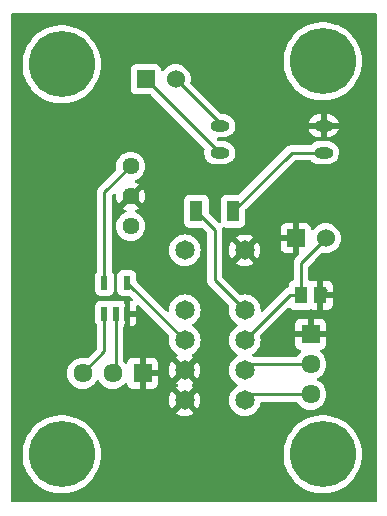
<source format=gbr>
%TF.GenerationSoftware,KiCad,Pcbnew,7.0.2*%
%TF.CreationDate,2023-05-21T22:41:38+02:00*%
%TF.ProjectId,AMS & IMD Reset,414d5320-2620-4494-9d44-205265736574,rev?*%
%TF.SameCoordinates,Original*%
%TF.FileFunction,Copper,L1,Top*%
%TF.FilePolarity,Positive*%
%FSLAX46Y46*%
G04 Gerber Fmt 4.6, Leading zero omitted, Abs format (unit mm)*
G04 Created by KiCad (PCBNEW 7.0.2) date 2023-05-21 22:41:38*
%MOMM*%
%LPD*%
G01*
G04 APERTURE LIST*
%TA.AperFunction,ComponentPad*%
%ADD10R,1.610000X1.610000*%
%TD*%
%TA.AperFunction,ComponentPad*%
%ADD11C,1.610000*%
%TD*%
%TA.AperFunction,ComponentPad*%
%ADD12C,5.600000*%
%TD*%
%TA.AperFunction,SMDPad,CuDef*%
%ADD13R,1.070000X1.470000*%
%TD*%
%TA.AperFunction,ComponentPad*%
%ADD14R,1.530000X1.530000*%
%TD*%
%TA.AperFunction,ComponentPad*%
%ADD15C,1.530000*%
%TD*%
%TA.AperFunction,SMDPad,CuDef*%
%ADD16R,0.600000X1.150000*%
%TD*%
%TA.AperFunction,ComponentPad*%
%ADD17C,1.440000*%
%TD*%
%TA.AperFunction,ComponentPad*%
%ADD18C,1.650000*%
%TD*%
%TA.AperFunction,SMDPad,CuDef*%
%ADD19O,1.600000X0.950000*%
%TD*%
%TA.AperFunction,SMDPad,CuDef*%
%ADD20R,1.050000X1.800000*%
%TD*%
%TA.AperFunction,Conductor*%
%ADD21C,0.250000*%
%TD*%
G04 APERTURE END LIST*
D10*
%TO.P,J2,1,1*%
%TO.N,GND*%
X183896000Y-100076000D03*
D11*
%TO.P,J2,2,2*%
%TO.N,/C Button + LED*%
X183896000Y-102616000D03*
%TO.P,J2,3,3*%
%TO.N,/NO Button*%
X183896000Y-105156000D03*
%TD*%
D10*
%TO.P,J1,1,1*%
%TO.N,GND*%
X169672000Y-103378000D03*
D11*
%TO.P,J1,2,2*%
%TO.N,/AMS Input*%
X167132000Y-103378000D03*
%TO.P,J1,3,3*%
%TO.N,/IMD Input*%
X164592000Y-103378000D03*
%TD*%
D12*
%TO.P,,1*%
%TO.N,N/C*%
X162814000Y-110236000D03*
%TD*%
D13*
%TO.P,C1,1*%
%TO.N,GND*%
X184716000Y-96774000D03*
%TO.P,C1,2*%
%TO.N,+12V*%
X183076000Y-96774000D03*
%TD*%
D14*
%TO.P,J3,1,1*%
%TO.N,/SCin*%
X169926000Y-78486000D03*
D15*
%TO.P,J3,2,2*%
%TO.N,/SCout*%
X172466000Y-78486000D03*
%TD*%
D16*
%TO.P,G1,1,A*%
%TO.N,/IMD Input*%
X166436000Y-98328000D03*
%TO.P,G1,2,B*%
%TO.N,/AMS Input*%
X167386000Y-98328000D03*
%TO.P,G1,3,GND*%
%TO.N,GND*%
X168336000Y-98328000D03*
%TO.P,G1,4,Y*%
%TO.N,Net-(G1-Y)*%
X168336000Y-95728000D03*
%TO.P,G1,5,VCC*%
%TO.N,+5V*%
X166436000Y-95728000D03*
%TD*%
D17*
%TO.P,U1,1,+VIN*%
%TO.N,+12V*%
X168656000Y-90932000D03*
%TO.P,U1,2,GND*%
%TO.N,GND*%
X168656000Y-88392000D03*
%TO.P,U1,3,+VOUT*%
%TO.N,+5V*%
X168656000Y-85852000D03*
%TD*%
D12*
%TO.P,,1*%
%TO.N,N/C*%
X184912000Y-76962000D03*
%TD*%
D18*
%TO.P,K2,1,1*%
%TO.N,Net-(K2-Pad1)*%
X173228000Y-92964000D03*
%TO.P,K2,2,2*%
X173228000Y-98044000D03*
%TO.P,K2,3,3*%
%TO.N,Net-(G1-Y)*%
X173228000Y-100584000D03*
%TO.P,K2,4,4*%
%TO.N,GND*%
X173228000Y-103124000D03*
%TO.P,K2,5,5*%
X173228000Y-105664000D03*
%TO.P,K2,6,6*%
%TO.N,/NO Button*%
X178308000Y-105664000D03*
%TO.P,K2,7,7*%
%TO.N,/C Button + LED*%
X178308000Y-103124000D03*
%TO.P,K2,8,8*%
%TO.N,+12V*%
X178308000Y-100584000D03*
%TO.P,K2,9,9*%
%TO.N,Net-(K2-Pad9)*%
X178308000Y-98044000D03*
%TO.P,K2,10,10*%
%TO.N,GND*%
X178308000Y-92964000D03*
%TD*%
D19*
%TO.P,K1,1,+_CONTROL*%
%TO.N,Net-(K1-+_CONTROL)*%
X184994000Y-84709000D03*
%TO.P,K1,2,-_CONTROL*%
%TO.N,GND*%
X184994000Y-82423000D03*
%TO.P,K1,3,LOAD_1*%
%TO.N,/SCout*%
X176194000Y-82423000D03*
%TO.P,K1,4,LOAD_2*%
%TO.N,/SCin*%
X176194000Y-84709000D03*
%TD*%
D12*
%TO.P,,1*%
%TO.N,N/C*%
X162814000Y-77216000D03*
%TD*%
D14*
%TO.P,J4,1,1*%
%TO.N,GND*%
X182626000Y-91948000D03*
D15*
%TO.P,J4,2,2*%
%TO.N,+12V*%
X185166000Y-91948000D03*
%TD*%
D12*
%TO.P,,1*%
%TO.N,N/C*%
X184912000Y-110236000D03*
%TD*%
D20*
%TO.P,R1,1*%
%TO.N,Net-(K2-Pad9)*%
X174218000Y-89662000D03*
%TO.P,R1,2*%
%TO.N,Net-(K1-+_CONTROL)*%
X177318000Y-89662000D03*
%TD*%
D21*
%TO.N,/SCout*%
X176194000Y-82214000D02*
X176194000Y-82423000D01*
X172466000Y-78486000D02*
X176194000Y-82214000D01*
%TO.N,GND*%
X185166000Y-96324000D02*
X184716000Y-96774000D01*
X184716000Y-96774000D02*
X184716000Y-96974000D01*
%TO.N,+12V*%
X183076000Y-94038000D02*
X183076000Y-96774000D01*
X182118000Y-96774000D02*
X178308000Y-100584000D01*
X185166000Y-91948000D02*
X183076000Y-94038000D01*
X183076000Y-96774000D02*
X182118000Y-96774000D01*
%TO.N,/IMD Input*%
X166436000Y-98328000D02*
X166436000Y-101534000D01*
X166436000Y-101534000D02*
X164592000Y-103378000D01*
%TO.N,/AMS Input*%
X167386000Y-103124000D02*
X167132000Y-103378000D01*
X167386000Y-98328000D02*
X167386000Y-103124000D01*
%TO.N,Net-(G1-Y)*%
X168372000Y-95728000D02*
X168336000Y-95728000D01*
X173228000Y-100584000D02*
X168372000Y-95728000D01*
%TO.N,+5V*%
X166436000Y-95728000D02*
X166436000Y-88072000D01*
X166436000Y-88072000D02*
X168656000Y-85852000D01*
%TO.N,/C Button + LED*%
X178816000Y-102616000D02*
X178308000Y-103124000D01*
X183896000Y-102616000D02*
X178816000Y-102616000D01*
%TO.N,/NO Button*%
X178816000Y-105156000D02*
X178308000Y-105664000D01*
X183896000Y-105156000D02*
X178816000Y-105156000D01*
%TO.N,/SCin*%
X169971000Y-78486000D02*
X176194000Y-84709000D01*
X169926000Y-78486000D02*
X169971000Y-78486000D01*
%TO.N,/SCout*%
X176194000Y-82423000D02*
X176022000Y-82423000D01*
%TO.N,Net-(K1-+_CONTROL)*%
X184994000Y-84709000D02*
X182271000Y-84709000D01*
X182271000Y-84709000D02*
X177318000Y-89662000D01*
%TO.N,Net-(K2-Pad9)*%
X175768000Y-95504000D02*
X178308000Y-98044000D01*
X174218000Y-89662000D02*
X175768000Y-91212000D01*
X175768000Y-91212000D02*
X175768000Y-95504000D01*
%TD*%
%TA.AperFunction,Conductor*%
%TO.N,GND*%
G36*
X189426539Y-72918185D02*
G01*
X189472294Y-72970989D01*
X189483500Y-73022500D01*
X189483500Y-114175500D01*
X189463815Y-114242539D01*
X189411011Y-114288294D01*
X189359500Y-114299500D01*
X158620500Y-114299500D01*
X158553461Y-114279815D01*
X158507706Y-114227011D01*
X158496500Y-114175500D01*
X158496500Y-110236000D01*
X159500641Y-110236000D01*
X159500823Y-110239356D01*
X159519881Y-110590878D01*
X159519882Y-110590894D01*
X159520064Y-110594237D01*
X159520606Y-110597547D01*
X159520607Y-110597550D01*
X159577561Y-110944960D01*
X159577563Y-110944972D01*
X159578105Y-110948274D01*
X159579001Y-110951503D01*
X159579004Y-110951514D01*
X159654884Y-111224806D01*
X159674085Y-111293961D01*
X159806877Y-111627243D01*
X159808447Y-111630205D01*
X159808452Y-111630215D01*
X159928356Y-111856377D01*
X159974925Y-111944215D01*
X160176258Y-112241159D01*
X160408516Y-112514595D01*
X160410947Y-112516898D01*
X160410953Y-112516904D01*
X160590533Y-112687011D01*
X160668977Y-112761317D01*
X160954586Y-112978431D01*
X161261995Y-113163393D01*
X161587599Y-113314033D01*
X161927583Y-113428587D01*
X162277958Y-113505711D01*
X162634618Y-113544500D01*
X162637976Y-113544500D01*
X162990024Y-113544500D01*
X162993382Y-113544500D01*
X163350042Y-113505711D01*
X163700417Y-113428587D01*
X164040401Y-113314033D01*
X164366005Y-113163393D01*
X164673414Y-112978431D01*
X164959023Y-112761317D01*
X165219484Y-112514595D01*
X165451742Y-112241159D01*
X165653075Y-111944215D01*
X165821123Y-111627243D01*
X165953915Y-111293961D01*
X166049895Y-110948274D01*
X166107936Y-110594237D01*
X166127359Y-110236000D01*
X181598641Y-110236000D01*
X181598823Y-110239356D01*
X181617881Y-110590878D01*
X181617882Y-110590894D01*
X181618064Y-110594237D01*
X181618606Y-110597547D01*
X181618607Y-110597550D01*
X181675561Y-110944960D01*
X181675563Y-110944972D01*
X181676105Y-110948274D01*
X181677001Y-110951503D01*
X181677004Y-110951514D01*
X181752884Y-111224806D01*
X181772085Y-111293961D01*
X181904877Y-111627243D01*
X181906447Y-111630205D01*
X181906452Y-111630215D01*
X182026356Y-111856377D01*
X182072925Y-111944215D01*
X182274258Y-112241159D01*
X182506516Y-112514595D01*
X182508947Y-112516898D01*
X182508953Y-112516904D01*
X182688533Y-112687011D01*
X182766977Y-112761317D01*
X183052586Y-112978431D01*
X183359995Y-113163393D01*
X183685599Y-113314033D01*
X184025583Y-113428587D01*
X184375958Y-113505711D01*
X184732618Y-113544500D01*
X184735976Y-113544500D01*
X185088024Y-113544500D01*
X185091382Y-113544500D01*
X185448042Y-113505711D01*
X185798417Y-113428587D01*
X186138401Y-113314033D01*
X186464005Y-113163393D01*
X186771414Y-112978431D01*
X187057023Y-112761317D01*
X187317484Y-112514595D01*
X187549742Y-112241159D01*
X187751075Y-111944215D01*
X187919123Y-111627243D01*
X188051915Y-111293961D01*
X188147895Y-110948274D01*
X188205936Y-110594237D01*
X188225359Y-110236000D01*
X188205936Y-109877763D01*
X188147895Y-109523726D01*
X188051915Y-109178039D01*
X187919123Y-108844757D01*
X187751075Y-108527785D01*
X187549742Y-108230841D01*
X187317484Y-107957405D01*
X187315051Y-107955100D01*
X187315046Y-107955095D01*
X187059453Y-107712985D01*
X187057023Y-107710683D01*
X186771414Y-107493569D01*
X186768540Y-107491840D01*
X186768536Y-107491837D01*
X186466887Y-107310341D01*
X186466886Y-107310340D01*
X186464005Y-107308607D01*
X186138401Y-107157967D01*
X186045957Y-107126819D01*
X185801591Y-107044482D01*
X185801583Y-107044479D01*
X185798417Y-107043413D01*
X185795150Y-107042694D01*
X185795147Y-107042693D01*
X185451323Y-106967011D01*
X185451319Y-106967010D01*
X185448042Y-106966289D01*
X185444706Y-106965926D01*
X185444699Y-106965925D01*
X185094720Y-106927863D01*
X185094719Y-106927862D01*
X185091382Y-106927500D01*
X184732618Y-106927500D01*
X184729281Y-106927862D01*
X184729279Y-106927863D01*
X184379300Y-106965925D01*
X184379290Y-106965926D01*
X184375958Y-106966289D01*
X184372683Y-106967009D01*
X184372676Y-106967011D01*
X184028852Y-107042693D01*
X184028844Y-107042695D01*
X184025583Y-107043413D01*
X184022421Y-107044478D01*
X184022408Y-107044482D01*
X183688786Y-107156893D01*
X183688783Y-107156894D01*
X183685599Y-107157967D01*
X183682550Y-107159377D01*
X183682544Y-107159380D01*
X183363050Y-107307193D01*
X183363040Y-107307197D01*
X183359995Y-107308607D01*
X183357121Y-107310336D01*
X183357112Y-107310341D01*
X183055463Y-107491837D01*
X183055450Y-107491845D01*
X183052586Y-107493569D01*
X183049928Y-107495589D01*
X183049917Y-107495597D01*
X182769636Y-107708661D01*
X182769628Y-107708667D01*
X182766977Y-107710683D01*
X182764553Y-107712978D01*
X182764546Y-107712985D01*
X182508953Y-107955095D01*
X182508938Y-107955110D01*
X182506516Y-107957405D01*
X182504353Y-107959950D01*
X182504342Y-107959963D01*
X182276431Y-108228282D01*
X182276425Y-108228289D01*
X182274258Y-108230841D01*
X182272378Y-108233613D01*
X182272371Y-108233623D01*
X182074815Y-108524996D01*
X182074807Y-108525008D01*
X182072925Y-108527785D01*
X182071350Y-108530755D01*
X182071348Y-108530759D01*
X181906452Y-108841784D01*
X181906443Y-108841801D01*
X181904877Y-108844757D01*
X181903636Y-108847869D01*
X181903632Y-108847880D01*
X181773330Y-109174913D01*
X181773327Y-109174921D01*
X181772085Y-109178039D01*
X181771185Y-109181277D01*
X181771185Y-109181280D01*
X181677004Y-109520485D01*
X181677000Y-109520500D01*
X181676105Y-109523726D01*
X181675564Y-109527023D01*
X181675561Y-109527039D01*
X181618607Y-109874449D01*
X181618064Y-109877763D01*
X181617882Y-109881103D01*
X181617881Y-109881121D01*
X181598823Y-110232643D01*
X181598641Y-110236000D01*
X166127359Y-110236000D01*
X166107936Y-109877763D01*
X166049895Y-109523726D01*
X165953915Y-109178039D01*
X165821123Y-108844757D01*
X165653075Y-108527785D01*
X165451742Y-108230841D01*
X165219484Y-107957405D01*
X165217051Y-107955100D01*
X165217046Y-107955095D01*
X164961453Y-107712985D01*
X164959023Y-107710683D01*
X164673414Y-107493569D01*
X164670540Y-107491840D01*
X164670536Y-107491837D01*
X164368887Y-107310341D01*
X164368886Y-107310340D01*
X164366005Y-107308607D01*
X164040401Y-107157967D01*
X163947957Y-107126819D01*
X163703591Y-107044482D01*
X163703583Y-107044479D01*
X163700417Y-107043413D01*
X163697150Y-107042694D01*
X163697147Y-107042693D01*
X163353323Y-106967011D01*
X163353319Y-106967010D01*
X163350042Y-106966289D01*
X163346706Y-106965926D01*
X163346699Y-106965925D01*
X162996720Y-106927863D01*
X162996719Y-106927862D01*
X162993382Y-106927500D01*
X162634618Y-106927500D01*
X162631281Y-106927862D01*
X162631279Y-106927863D01*
X162281300Y-106965925D01*
X162281290Y-106965926D01*
X162277958Y-106966289D01*
X162274683Y-106967009D01*
X162274676Y-106967011D01*
X161930852Y-107042693D01*
X161930844Y-107042695D01*
X161927583Y-107043413D01*
X161924421Y-107044478D01*
X161924408Y-107044482D01*
X161590786Y-107156893D01*
X161590783Y-107156894D01*
X161587599Y-107157967D01*
X161584550Y-107159377D01*
X161584544Y-107159380D01*
X161265050Y-107307193D01*
X161265040Y-107307197D01*
X161261995Y-107308607D01*
X161259121Y-107310336D01*
X161259112Y-107310341D01*
X160957463Y-107491837D01*
X160957450Y-107491845D01*
X160954586Y-107493569D01*
X160951928Y-107495589D01*
X160951917Y-107495597D01*
X160671636Y-107708661D01*
X160671628Y-107708667D01*
X160668977Y-107710683D01*
X160666553Y-107712978D01*
X160666546Y-107712985D01*
X160410953Y-107955095D01*
X160410938Y-107955110D01*
X160408516Y-107957405D01*
X160406353Y-107959950D01*
X160406342Y-107959963D01*
X160178431Y-108228282D01*
X160178425Y-108228289D01*
X160176258Y-108230841D01*
X160174378Y-108233613D01*
X160174371Y-108233623D01*
X159976815Y-108524996D01*
X159976807Y-108525008D01*
X159974925Y-108527785D01*
X159973350Y-108530755D01*
X159973348Y-108530759D01*
X159808452Y-108841784D01*
X159808443Y-108841801D01*
X159806877Y-108844757D01*
X159805636Y-108847869D01*
X159805632Y-108847880D01*
X159675330Y-109174913D01*
X159675327Y-109174921D01*
X159674085Y-109178039D01*
X159673185Y-109181277D01*
X159673185Y-109181280D01*
X159579004Y-109520485D01*
X159579000Y-109520500D01*
X159578105Y-109523726D01*
X159577564Y-109527023D01*
X159577561Y-109527039D01*
X159520607Y-109874449D01*
X159520064Y-109877763D01*
X159519882Y-109881103D01*
X159519881Y-109881121D01*
X159500823Y-110232643D01*
X159500641Y-110236000D01*
X158496500Y-110236000D01*
X158496500Y-103378000D01*
X163273482Y-103378000D01*
X163293513Y-103606955D01*
X163352999Y-103828960D01*
X163385195Y-103898004D01*
X163450131Y-104037259D01*
X163581957Y-104225526D01*
X163744474Y-104388043D01*
X163932741Y-104519869D01*
X164141041Y-104617001D01*
X164363042Y-104676486D01*
X164592000Y-104696517D01*
X164820958Y-104676486D01*
X165042959Y-104617001D01*
X165251259Y-104519869D01*
X165439526Y-104388043D01*
X165602043Y-104225526D01*
X165733869Y-104037259D01*
X165749618Y-104003484D01*
X165795790Y-103951045D01*
X165862983Y-103931893D01*
X165929864Y-103952108D01*
X165974381Y-104003484D01*
X165990131Y-104037259D01*
X166121957Y-104225526D01*
X166284474Y-104388043D01*
X166472741Y-104519869D01*
X166681041Y-104617001D01*
X166903042Y-104676486D01*
X167132000Y-104696517D01*
X167360958Y-104676486D01*
X167582959Y-104617001D01*
X167791259Y-104519869D01*
X167979526Y-104388043D01*
X168142043Y-104225526D01*
X168147022Y-104218415D01*
X168201590Y-104174792D01*
X168271088Y-104167594D01*
X168333445Y-104199112D01*
X168368863Y-104259340D01*
X168371885Y-104276278D01*
X168373400Y-104290371D01*
X168423647Y-104425089D01*
X168509811Y-104540188D01*
X168624910Y-104626352D01*
X168759628Y-104676599D01*
X168815867Y-104682645D01*
X168822482Y-104683000D01*
X169422000Y-104683000D01*
X169422000Y-103852128D01*
X169456851Y-103873322D01*
X169598466Y-103913000D01*
X169708595Y-103913000D01*
X169817698Y-103898004D01*
X169922000Y-103852699D01*
X169922000Y-104683000D01*
X170521518Y-104683000D01*
X170528132Y-104682645D01*
X170584371Y-104676599D01*
X170719089Y-104626352D01*
X170834188Y-104540188D01*
X170920352Y-104425089D01*
X170970599Y-104290371D01*
X170976645Y-104234132D01*
X170977000Y-104227518D01*
X170977000Y-103628000D01*
X170150390Y-103628000D01*
X170151485Y-103626449D01*
X170200735Y-103487872D01*
X170210771Y-103341147D01*
X170180849Y-103197155D01*
X170145016Y-103128000D01*
X170977000Y-103128000D01*
X170977000Y-102528481D01*
X170976645Y-102521867D01*
X170970599Y-102465628D01*
X170920352Y-102330910D01*
X170834188Y-102215811D01*
X170719089Y-102129647D01*
X170584371Y-102079400D01*
X170528132Y-102073354D01*
X170521518Y-102073000D01*
X169922000Y-102073000D01*
X169922000Y-102903871D01*
X169887149Y-102882678D01*
X169745534Y-102843000D01*
X169635405Y-102843000D01*
X169526302Y-102857996D01*
X169422000Y-102903300D01*
X169422000Y-102073000D01*
X168822482Y-102073000D01*
X168815867Y-102073354D01*
X168759628Y-102079400D01*
X168624910Y-102129647D01*
X168509811Y-102215811D01*
X168423647Y-102330910D01*
X168373400Y-102465628D01*
X168371886Y-102479716D01*
X168345148Y-102544267D01*
X168287755Y-102584115D01*
X168217930Y-102586608D01*
X168157841Y-102550955D01*
X168147024Y-102537586D01*
X168142045Y-102530476D01*
X168055818Y-102444248D01*
X168022334Y-102382924D01*
X168019500Y-102356567D01*
X168019500Y-99520862D01*
X168039185Y-99453823D01*
X168055819Y-99433181D01*
X168086000Y-99402999D01*
X168086000Y-99258454D01*
X168105685Y-99191415D01*
X168110721Y-99184159D01*
X168136889Y-99149204D01*
X168162438Y-99080702D01*
X168187988Y-99012205D01*
X168187988Y-99012203D01*
X168187989Y-99012201D01*
X168194500Y-98951638D01*
X168194500Y-98578000D01*
X168586000Y-98578000D01*
X168586000Y-99403000D01*
X168680518Y-99403000D01*
X168687132Y-99402645D01*
X168743371Y-99396599D01*
X168878089Y-99346352D01*
X168993188Y-99260188D01*
X169079352Y-99145089D01*
X169129599Y-99010371D01*
X169135645Y-98954132D01*
X169136000Y-98947518D01*
X169136000Y-98578000D01*
X168586000Y-98578000D01*
X168194500Y-98578000D01*
X168194500Y-97704362D01*
X168187989Y-97643799D01*
X168187988Y-97643797D01*
X168187988Y-97643794D01*
X168136889Y-97506796D01*
X168110733Y-97471855D01*
X168086316Y-97406390D01*
X168086000Y-97397545D01*
X168086000Y-97253000D01*
X167991482Y-97253000D01*
X167984867Y-97253354D01*
X167928628Y-97259400D01*
X167916492Y-97263927D01*
X167846800Y-97268910D01*
X167829831Y-97263927D01*
X167795201Y-97251011D01*
X167778927Y-97249261D01*
X167737924Y-97244853D01*
X167737918Y-97244852D01*
X167734638Y-97244500D01*
X167037362Y-97244500D01*
X167034082Y-97244852D01*
X167034075Y-97244853D01*
X166976798Y-97251011D01*
X166954334Y-97259390D01*
X166884642Y-97264374D01*
X166867666Y-97259390D01*
X166845201Y-97251011D01*
X166787924Y-97244853D01*
X166787918Y-97244852D01*
X166784638Y-97244500D01*
X166087362Y-97244500D01*
X166084082Y-97244852D01*
X166084075Y-97244853D01*
X166026794Y-97251011D01*
X165889796Y-97302110D01*
X165772738Y-97389738D01*
X165685110Y-97506796D01*
X165634011Y-97643794D01*
X165628058Y-97699169D01*
X165627500Y-97704362D01*
X165627500Y-98951638D01*
X165627852Y-98954918D01*
X165627853Y-98954924D01*
X165634011Y-99012205D01*
X165685110Y-99149203D01*
X165777767Y-99272978D01*
X165802184Y-99338442D01*
X165802500Y-99347288D01*
X165802500Y-101220232D01*
X165782815Y-101287271D01*
X165766181Y-101307913D01*
X165008512Y-102065581D01*
X164947189Y-102099066D01*
X164888738Y-102097675D01*
X164820956Y-102079513D01*
X164591999Y-102059482D01*
X164363044Y-102079513D01*
X164141039Y-102138999D01*
X163932741Y-102236131D01*
X163744473Y-102367957D01*
X163581957Y-102530473D01*
X163450131Y-102718741D01*
X163352999Y-102927039D01*
X163293513Y-103149044D01*
X163273482Y-103378000D01*
X158496500Y-103378000D01*
X158496500Y-96351638D01*
X165627500Y-96351638D01*
X165627852Y-96354918D01*
X165627853Y-96354924D01*
X165634011Y-96412205D01*
X165685110Y-96549203D01*
X165772738Y-96666261D01*
X165889796Y-96753889D01*
X166026794Y-96804988D01*
X166026797Y-96804988D01*
X166026799Y-96804989D01*
X166087362Y-96811500D01*
X166090672Y-96811500D01*
X166781328Y-96811500D01*
X166784638Y-96811500D01*
X166845201Y-96804989D01*
X166845203Y-96804988D01*
X166845205Y-96804988D01*
X166950071Y-96765874D01*
X166982204Y-96753889D01*
X167099261Y-96666261D01*
X167186889Y-96549204D01*
X167237989Y-96412201D01*
X167244500Y-96351638D01*
X167527500Y-96351638D01*
X167527852Y-96354918D01*
X167527853Y-96354924D01*
X167534011Y-96412205D01*
X167585110Y-96549203D01*
X167672738Y-96666261D01*
X167789796Y-96753889D01*
X167926794Y-96804988D01*
X167926797Y-96804988D01*
X167926799Y-96804989D01*
X167987362Y-96811500D01*
X168508234Y-96811500D01*
X168575273Y-96831185D01*
X168595915Y-96847819D01*
X168790770Y-97042674D01*
X168824255Y-97103997D01*
X168819271Y-97173689D01*
X168777399Y-97229622D01*
X168711935Y-97254039D01*
X168689848Y-97253646D01*
X168687131Y-97253354D01*
X168680518Y-97253000D01*
X168586000Y-97253000D01*
X168586000Y-98078000D01*
X169136000Y-98078000D01*
X169136000Y-97708481D01*
X169135646Y-97701876D01*
X169135355Y-97699169D01*
X169147758Y-97630409D01*
X169195367Y-97579270D01*
X169263066Y-97561989D01*
X169329361Y-97584052D01*
X169346323Y-97598227D01*
X170652527Y-98904432D01*
X171899251Y-100151156D01*
X171932736Y-100212479D01*
X171931345Y-100270930D01*
X171909741Y-100351557D01*
X171889405Y-100584000D01*
X171909741Y-100816441D01*
X171970133Y-101041827D01*
X172068744Y-101253296D01*
X172068744Y-101253297D01*
X172202578Y-101444432D01*
X172367568Y-101609422D01*
X172558703Y-101743256D01*
X172565246Y-101746307D01*
X172617685Y-101792478D01*
X172636838Y-101859671D01*
X172616623Y-101926553D01*
X172571609Y-101965558D01*
X172571856Y-101965911D01*
X172568451Y-101968294D01*
X172565250Y-101971069D01*
X172562973Y-101972130D01*
X172484577Y-102027023D01*
X172484576Y-102027024D01*
X173056431Y-102598878D01*
X172939542Y-102649651D01*
X172822261Y-102745066D01*
X172735072Y-102868585D01*
X172704645Y-102954197D01*
X172131024Y-102380576D01*
X172131023Y-102380576D01*
X172076133Y-102458968D01*
X171978151Y-102669092D01*
X171918145Y-102893038D01*
X171897938Y-103123999D01*
X171918145Y-103354961D01*
X171978151Y-103578907D01*
X172076133Y-103789032D01*
X172131023Y-103867422D01*
X172131023Y-103867423D01*
X172702070Y-103296376D01*
X172704884Y-103309915D01*
X172774442Y-103444156D01*
X172877638Y-103554652D01*
X173006819Y-103633209D01*
X173058002Y-103647549D01*
X172484575Y-104220975D01*
X172484575Y-104220976D01*
X172562965Y-104275864D01*
X172575302Y-104281617D01*
X172627742Y-104327790D01*
X172646894Y-104394983D01*
X172626679Y-104461864D01*
X172575304Y-104506382D01*
X172562967Y-104512134D01*
X172484577Y-104567023D01*
X172484576Y-104567024D01*
X173056431Y-105138878D01*
X172939542Y-105189651D01*
X172822261Y-105285066D01*
X172735072Y-105408585D01*
X172704645Y-105494197D01*
X172131024Y-104920576D01*
X172131023Y-104920577D01*
X172076133Y-104998968D01*
X171978151Y-105209092D01*
X171918145Y-105433038D01*
X171897938Y-105664000D01*
X171918145Y-105894961D01*
X171978151Y-106118907D01*
X172076133Y-106329032D01*
X172131023Y-106407422D01*
X172131024Y-106407423D01*
X172702070Y-105836376D01*
X172704884Y-105849915D01*
X172774442Y-105984156D01*
X172877638Y-106094652D01*
X173006819Y-106173209D01*
X173058002Y-106187549D01*
X172484575Y-106760975D01*
X172484575Y-106760976D01*
X172562967Y-106815866D01*
X172773092Y-106913848D01*
X172997038Y-106973854D01*
X173228000Y-106994061D01*
X173458961Y-106973854D01*
X173682907Y-106913848D01*
X173893028Y-106815867D01*
X173971423Y-106760975D01*
X173399568Y-106189121D01*
X173516458Y-106138349D01*
X173633739Y-106042934D01*
X173720928Y-105919415D01*
X173751354Y-105833802D01*
X174324975Y-106407423D01*
X174379867Y-106329028D01*
X174477848Y-106118907D01*
X174537854Y-105894961D01*
X174558061Y-105664000D01*
X174537854Y-105433038D01*
X174477848Y-105209092D01*
X174379867Y-104998972D01*
X174324974Y-104920576D01*
X173753929Y-105491622D01*
X173751116Y-105478085D01*
X173681558Y-105343844D01*
X173578362Y-105233348D01*
X173449181Y-105154791D01*
X173397997Y-105140450D01*
X173971423Y-104567024D01*
X173971422Y-104567023D01*
X173893034Y-104512135D01*
X173880698Y-104506383D01*
X173828258Y-104460210D01*
X173809106Y-104393017D01*
X173829321Y-104326136D01*
X173880698Y-104281617D01*
X173893031Y-104275865D01*
X173971423Y-104220975D01*
X173399568Y-103649121D01*
X173516458Y-103598349D01*
X173633739Y-103502934D01*
X173720928Y-103379415D01*
X173751354Y-103293802D01*
X174324975Y-103867423D01*
X174379867Y-103789028D01*
X174477848Y-103578907D01*
X174537854Y-103354961D01*
X174558061Y-103123999D01*
X174537854Y-102893038D01*
X174477848Y-102669092D01*
X174379867Y-102458972D01*
X174324974Y-102380576D01*
X173753929Y-102951622D01*
X173751116Y-102938085D01*
X173681558Y-102803844D01*
X173578362Y-102693348D01*
X173449181Y-102614791D01*
X173397997Y-102600450D01*
X173971423Y-102027024D01*
X173971422Y-102027023D01*
X173893032Y-101972133D01*
X173890753Y-101971071D01*
X173887796Y-101968467D01*
X173884145Y-101965911D01*
X173884430Y-101965503D01*
X173838314Y-101924899D01*
X173819162Y-101857705D01*
X173839378Y-101790824D01*
X173890753Y-101746307D01*
X173897297Y-101743256D01*
X174088432Y-101609422D01*
X174253422Y-101444432D01*
X174387256Y-101253297D01*
X174485867Y-101041826D01*
X174546258Y-100816444D01*
X174566594Y-100584000D01*
X174546258Y-100351556D01*
X174485867Y-100126174D01*
X174387256Y-99914703D01*
X174253422Y-99723568D01*
X174088432Y-99558578D01*
X173897297Y-99424744D01*
X173897296Y-99424743D01*
X173888411Y-99418522D01*
X173889734Y-99416631D01*
X173848371Y-99380211D01*
X173829218Y-99313017D01*
X173849433Y-99246136D01*
X173889667Y-99211272D01*
X173888411Y-99209478D01*
X173897297Y-99203256D01*
X174088432Y-99069422D01*
X174253422Y-98904432D01*
X174387256Y-98713297D01*
X174485867Y-98501826D01*
X174546258Y-98276444D01*
X174566594Y-98044000D01*
X174546258Y-97811556D01*
X174485867Y-97586174D01*
X174387256Y-97374703D01*
X174253422Y-97183568D01*
X174088432Y-97018578D01*
X173897297Y-96884744D01*
X173897296Y-96884744D01*
X173685827Y-96786133D01*
X173460441Y-96725741D01*
X173228000Y-96705405D01*
X172995558Y-96725741D01*
X172770172Y-96786133D01*
X172558702Y-96884744D01*
X172367567Y-97018578D01*
X172202578Y-97183567D01*
X172068744Y-97374702D01*
X171970133Y-97586172D01*
X171909741Y-97811558D01*
X171888460Y-98054807D01*
X171885952Y-98054587D01*
X171875234Y-98107905D01*
X171826617Y-98158087D01*
X171758588Y-98174018D01*
X171692745Y-98150640D01*
X171677794Y-98137890D01*
X169180819Y-95640914D01*
X169147334Y-95579591D01*
X169144500Y-95553233D01*
X169144500Y-95107671D01*
X169144500Y-95104362D01*
X169137989Y-95043799D01*
X169137988Y-95043797D01*
X169137988Y-95043794D01*
X169086889Y-94906796D01*
X168999261Y-94789738D01*
X168882203Y-94702110D01*
X168745205Y-94651011D01*
X168687924Y-94644853D01*
X168687918Y-94644852D01*
X168684638Y-94644500D01*
X167987362Y-94644500D01*
X167984082Y-94644852D01*
X167984075Y-94644853D01*
X167926794Y-94651011D01*
X167789796Y-94702110D01*
X167672738Y-94789738D01*
X167585110Y-94906796D01*
X167534011Y-95043794D01*
X167527853Y-95101075D01*
X167527500Y-95104362D01*
X167527500Y-96351638D01*
X167244500Y-96351638D01*
X167244500Y-95104362D01*
X167237989Y-95043799D01*
X167237988Y-95043797D01*
X167237988Y-95043794D01*
X167186889Y-94906796D01*
X167094233Y-94783021D01*
X167069816Y-94717557D01*
X167069500Y-94708711D01*
X167069500Y-92963999D01*
X171889405Y-92963999D01*
X171909741Y-93196441D01*
X171970133Y-93421827D01*
X172051197Y-93595668D01*
X172068744Y-93633297D01*
X172202578Y-93824432D01*
X172367568Y-93989422D01*
X172558703Y-94123256D01*
X172770174Y-94221867D01*
X172995556Y-94282258D01*
X173150518Y-94295815D01*
X173227999Y-94302594D01*
X173227999Y-94302593D01*
X173228000Y-94302594D01*
X173460444Y-94282258D01*
X173685826Y-94221867D01*
X173897297Y-94123256D01*
X174088432Y-93989422D01*
X174253422Y-93824432D01*
X174387256Y-93633297D01*
X174485867Y-93421826D01*
X174546258Y-93196444D01*
X174566594Y-92964000D01*
X174546258Y-92731556D01*
X174485867Y-92506174D01*
X174387256Y-92294703D01*
X174253422Y-92103568D01*
X174088432Y-91938578D01*
X173897297Y-91804744D01*
X173897297Y-91804743D01*
X173685827Y-91706133D01*
X173460441Y-91645741D01*
X173228000Y-91625405D01*
X172995558Y-91645741D01*
X172770172Y-91706133D01*
X172558702Y-91804744D01*
X172367567Y-91938578D01*
X172202578Y-92103567D01*
X172068744Y-92294702D01*
X171970133Y-92506172D01*
X171909741Y-92731558D01*
X171889405Y-92963999D01*
X167069500Y-92963999D01*
X167069500Y-88385765D01*
X167089185Y-88318726D01*
X167105814Y-88298089D01*
X167230653Y-88173250D01*
X167291974Y-88139767D01*
X167361666Y-88144751D01*
X167417599Y-88186623D01*
X167442016Y-88252087D01*
X167441860Y-88271739D01*
X167431339Y-88391999D01*
X167449944Y-88604657D01*
X167505197Y-88810861D01*
X167595410Y-89004326D01*
X167634415Y-89060030D01*
X167634415Y-89060031D01*
X168197092Y-88497353D01*
X168224077Y-88589253D01*
X168297145Y-88702949D01*
X168399286Y-88791455D01*
X168522224Y-88847599D01*
X168549965Y-88851587D01*
X167987967Y-89413583D01*
X168043669Y-89452586D01*
X168241697Y-89544928D01*
X168294136Y-89591100D01*
X168313288Y-89658294D01*
X168293072Y-89725175D01*
X168241697Y-89769692D01*
X168039402Y-89864024D01*
X167863317Y-89987319D01*
X167711319Y-90139317D01*
X167588024Y-90315402D01*
X167497178Y-90510221D01*
X167441541Y-90717860D01*
X167422806Y-90931999D01*
X167441541Y-91146139D01*
X167485131Y-91308820D01*
X167497178Y-91353777D01*
X167588024Y-91548597D01*
X167711319Y-91724681D01*
X167863319Y-91876681D01*
X168039403Y-91999976D01*
X168234223Y-92090822D01*
X168441858Y-92146458D01*
X168584619Y-92158948D01*
X168655999Y-92165193D01*
X168655999Y-92165192D01*
X168656000Y-92165193D01*
X168870142Y-92146458D01*
X169077777Y-92090822D01*
X169272597Y-91999976D01*
X169448681Y-91876681D01*
X169600681Y-91724681D01*
X169723976Y-91548597D01*
X169814822Y-91353777D01*
X169870458Y-91146142D01*
X169889193Y-90932000D01*
X169870458Y-90717858D01*
X169841728Y-90610638D01*
X173184500Y-90610638D01*
X173184852Y-90613918D01*
X173184853Y-90613924D01*
X173191011Y-90671205D01*
X173242110Y-90808203D01*
X173329738Y-90925261D01*
X173446796Y-91012889D01*
X173583794Y-91063988D01*
X173583797Y-91063988D01*
X173583799Y-91063989D01*
X173644362Y-91070500D01*
X174679233Y-91070500D01*
X174746272Y-91090185D01*
X174766914Y-91106819D01*
X175098180Y-91438085D01*
X175131665Y-91499408D01*
X175134499Y-91525766D01*
X175134499Y-95420367D01*
X175132210Y-95441107D01*
X175134439Y-95512016D01*
X175134500Y-95515912D01*
X175134500Y-95543856D01*
X175134987Y-95547716D01*
X175134988Y-95547722D01*
X175135019Y-95547965D01*
X175135934Y-95559596D01*
X175137326Y-95603888D01*
X175143022Y-95623492D01*
X175146967Y-95642544D01*
X175149525Y-95662798D01*
X175165838Y-95704001D01*
X175169621Y-95715049D01*
X175181982Y-95757593D01*
X175192374Y-95775166D01*
X175200931Y-95792633D01*
X175208448Y-95811618D01*
X175234491Y-95847463D01*
X175240905Y-95857227D01*
X175263458Y-95895362D01*
X175277890Y-95909794D01*
X175290526Y-95924589D01*
X175302526Y-95941105D01*
X175336667Y-95969349D01*
X175345308Y-95977212D01*
X176979251Y-97611155D01*
X177012736Y-97672478D01*
X177011345Y-97730929D01*
X176989741Y-97811557D01*
X176969405Y-98044000D01*
X176989741Y-98276441D01*
X177050133Y-98501827D01*
X177148744Y-98713297D01*
X177282578Y-98904432D01*
X177447567Y-99069421D01*
X177647589Y-99209478D01*
X177646265Y-99211368D01*
X177687632Y-99247796D01*
X177706781Y-99314990D01*
X177686562Y-99381870D01*
X177646333Y-99416728D01*
X177647589Y-99418522D01*
X177447567Y-99558578D01*
X177282578Y-99723567D01*
X177148744Y-99914702D01*
X177050133Y-100126172D01*
X176989741Y-100351558D01*
X176969405Y-100584000D01*
X176989741Y-100816441D01*
X177050133Y-101041827D01*
X177148744Y-101253297D01*
X177282578Y-101444432D01*
X177447567Y-101609421D01*
X177647589Y-101749478D01*
X177646265Y-101751368D01*
X177687632Y-101787796D01*
X177706781Y-101854990D01*
X177686562Y-101921870D01*
X177646333Y-101956728D01*
X177647589Y-101958522D01*
X177447567Y-102098578D01*
X177282578Y-102263567D01*
X177148744Y-102454702D01*
X177050133Y-102666172D01*
X176989741Y-102891558D01*
X176969405Y-103123999D01*
X176989741Y-103356441D01*
X177050133Y-103581827D01*
X177132224Y-103757870D01*
X177148744Y-103793297D01*
X177282578Y-103984432D01*
X177447568Y-104149422D01*
X177628146Y-104275864D01*
X177647589Y-104289478D01*
X177646265Y-104291368D01*
X177687632Y-104327796D01*
X177706781Y-104394990D01*
X177686562Y-104461870D01*
X177646333Y-104496728D01*
X177647589Y-104498522D01*
X177447567Y-104638578D01*
X177282578Y-104803567D01*
X177148744Y-104994702D01*
X177050133Y-105206172D01*
X176989741Y-105431558D01*
X176969405Y-105664000D01*
X176989741Y-105896441D01*
X177050133Y-106121827D01*
X177146753Y-106329028D01*
X177148744Y-106333297D01*
X177282578Y-106524432D01*
X177447568Y-106689422D01*
X177638703Y-106823256D01*
X177850174Y-106921867D01*
X178075556Y-106982258D01*
X178308000Y-107002594D01*
X178540444Y-106982258D01*
X178765826Y-106921867D01*
X178977297Y-106823256D01*
X179168432Y-106689422D01*
X179333422Y-106524432D01*
X179467256Y-106333297D01*
X179565867Y-106121826D01*
X179626258Y-105896444D01*
X179626258Y-105896443D01*
X179629066Y-105885964D01*
X179631951Y-105886737D01*
X179651168Y-105837619D01*
X179707761Y-105796643D01*
X179749240Y-105789500D01*
X182671544Y-105789500D01*
X182738583Y-105809185D01*
X182773117Y-105842374D01*
X182885957Y-106003526D01*
X183048474Y-106166043D01*
X183236741Y-106297869D01*
X183445041Y-106395001D01*
X183667042Y-106454486D01*
X183896000Y-106474517D01*
X184124958Y-106454486D01*
X184346959Y-106395001D01*
X184555259Y-106297869D01*
X184743526Y-106166043D01*
X184906043Y-106003526D01*
X185037869Y-105815259D01*
X185135001Y-105606959D01*
X185194486Y-105384958D01*
X185214517Y-105156000D01*
X185194486Y-104927042D01*
X185135001Y-104705041D01*
X185037869Y-104496742D01*
X184906043Y-104308474D01*
X184743526Y-104145957D01*
X184555259Y-104014131D01*
X184521484Y-103998381D01*
X184469045Y-103952210D01*
X184449893Y-103885017D01*
X184470108Y-103818136D01*
X184521485Y-103773618D01*
X184555259Y-103757869D01*
X184743526Y-103626043D01*
X184906043Y-103463526D01*
X185037869Y-103275259D01*
X185135001Y-103066959D01*
X185194486Y-102844958D01*
X185214517Y-102616000D01*
X185211727Y-102584115D01*
X185200779Y-102458968D01*
X185194486Y-102387042D01*
X185135001Y-102165041D01*
X185037869Y-101956742D01*
X184906043Y-101768474D01*
X184743526Y-101605957D01*
X184736413Y-101600976D01*
X184692790Y-101546404D01*
X184685595Y-101476906D01*
X184717116Y-101414550D01*
X184777345Y-101379135D01*
X184794282Y-101376113D01*
X184808375Y-101374597D01*
X184943089Y-101324352D01*
X185058188Y-101238188D01*
X185144352Y-101123089D01*
X185194599Y-100988371D01*
X185200645Y-100932132D01*
X185201000Y-100925518D01*
X185201000Y-100326000D01*
X184374390Y-100326000D01*
X184375485Y-100324449D01*
X184424735Y-100185872D01*
X184434771Y-100039147D01*
X184404849Y-99895155D01*
X184369016Y-99826000D01*
X185201000Y-99826000D01*
X185201000Y-99226481D01*
X185200645Y-99219867D01*
X185194599Y-99163628D01*
X185144352Y-99028910D01*
X185058188Y-98913811D01*
X184943089Y-98827647D01*
X184808371Y-98777400D01*
X184752132Y-98771354D01*
X184745518Y-98771000D01*
X184146000Y-98771000D01*
X184146000Y-99601871D01*
X184111149Y-99580678D01*
X183969534Y-99541000D01*
X183859405Y-99541000D01*
X183750302Y-99555996D01*
X183646000Y-99601300D01*
X183646000Y-98771000D01*
X183046482Y-98771000D01*
X183039867Y-98771354D01*
X182983628Y-98777400D01*
X182848910Y-98827647D01*
X182733811Y-98913811D01*
X182647647Y-99028910D01*
X182597400Y-99163628D01*
X182591354Y-99219867D01*
X182591000Y-99226481D01*
X182591000Y-99826000D01*
X183417610Y-99826000D01*
X183416515Y-99827551D01*
X183367265Y-99966128D01*
X183357229Y-100112853D01*
X183387151Y-100256845D01*
X183422984Y-100326000D01*
X182591000Y-100326000D01*
X182591000Y-100925518D01*
X182591354Y-100932132D01*
X182597400Y-100988371D01*
X182647647Y-101123089D01*
X182733811Y-101238188D01*
X182848910Y-101324352D01*
X182983624Y-101374597D01*
X182997717Y-101376113D01*
X183062268Y-101402852D01*
X183102116Y-101460244D01*
X183104610Y-101530069D01*
X183068958Y-101590158D01*
X183055593Y-101600971D01*
X183048474Y-101605957D01*
X183048470Y-101605960D01*
X182885957Y-101768473D01*
X182826071Y-101854000D01*
X182775270Y-101926553D01*
X182773120Y-101929623D01*
X182718543Y-101973248D01*
X182671545Y-101982500D01*
X179041752Y-101982500D01*
X178988306Y-101966806D01*
X178987130Y-101969330D01*
X178980810Y-101966383D01*
X178977780Y-101963715D01*
X178974713Y-101962815D01*
X178970630Y-101960076D01*
X178968412Y-101958523D01*
X178969735Y-101956632D01*
X178928371Y-101920211D01*
X178909218Y-101853017D01*
X178929433Y-101786136D01*
X178969667Y-101751272D01*
X178968411Y-101749478D01*
X178977300Y-101743254D01*
X179168432Y-101609422D01*
X179333422Y-101444432D01*
X179467256Y-101253297D01*
X179565867Y-101041826D01*
X179626258Y-100816444D01*
X179646594Y-100584000D01*
X179626258Y-100351556D01*
X179604654Y-100270928D01*
X179606317Y-100201079D01*
X179636746Y-100151156D01*
X181964344Y-97823558D01*
X182025665Y-97790075D01*
X182095357Y-97795059D01*
X182151289Y-97836930D01*
X182177737Y-97872260D01*
X182294796Y-97959889D01*
X182431794Y-98010988D01*
X182431797Y-98010988D01*
X182431799Y-98010989D01*
X182492362Y-98017500D01*
X182495672Y-98017500D01*
X183656328Y-98017500D01*
X183659638Y-98017500D01*
X183720201Y-98010989D01*
X183857204Y-97959889D01*
X183857206Y-97959887D01*
X183864824Y-97957046D01*
X183934516Y-97952060D01*
X183951493Y-97957045D01*
X184073628Y-98002599D01*
X184129867Y-98008645D01*
X184136482Y-98009000D01*
X184466000Y-98009000D01*
X184466000Y-97024000D01*
X184966000Y-97024000D01*
X184966000Y-98009000D01*
X185295518Y-98009000D01*
X185302132Y-98008645D01*
X185358371Y-98002599D01*
X185493089Y-97952352D01*
X185608188Y-97866188D01*
X185694352Y-97751089D01*
X185744599Y-97616371D01*
X185750645Y-97560132D01*
X185751000Y-97553518D01*
X185751000Y-97024000D01*
X184966000Y-97024000D01*
X184466000Y-97024000D01*
X184466000Y-95539000D01*
X184966000Y-95539000D01*
X184966000Y-96524000D01*
X185751000Y-96524000D01*
X185751000Y-95994481D01*
X185750645Y-95987867D01*
X185744599Y-95931628D01*
X185694352Y-95796910D01*
X185608188Y-95681811D01*
X185493089Y-95595647D01*
X185358371Y-95545400D01*
X185302132Y-95539354D01*
X185295518Y-95539000D01*
X184966000Y-95539000D01*
X184466000Y-95539000D01*
X184136482Y-95539000D01*
X184129867Y-95539354D01*
X184073626Y-95545400D01*
X183951492Y-95590954D01*
X183881800Y-95595938D01*
X183864825Y-95590953D01*
X183790166Y-95563106D01*
X183734232Y-95521235D01*
X183709816Y-95455770D01*
X183709500Y-95446925D01*
X183709500Y-94351765D01*
X183729185Y-94284726D01*
X183745819Y-94264084D01*
X184256275Y-93753628D01*
X184782146Y-93227756D01*
X184843467Y-93194273D01*
X184901920Y-93195665D01*
X184944013Y-93206944D01*
X185166000Y-93226365D01*
X185387986Y-93206944D01*
X185603227Y-93149270D01*
X185805183Y-93055097D01*
X185987717Y-92927284D01*
X186145284Y-92769717D01*
X186273097Y-92587183D01*
X186367270Y-92385227D01*
X186424944Y-92169986D01*
X186444365Y-91948000D01*
X186424944Y-91726014D01*
X186367270Y-91510773D01*
X186273097Y-91308818D01*
X186145284Y-91126283D01*
X185987717Y-90968716D01*
X185987716Y-90968715D01*
X185805183Y-90840902D01*
X185603230Y-90746731D01*
X185603227Y-90746730D01*
X185495476Y-90717858D01*
X185387983Y-90689055D01*
X185166000Y-90669634D01*
X184944016Y-90689055D01*
X184728771Y-90746730D01*
X184559183Y-90825811D01*
X184526818Y-90840903D01*
X184344283Y-90968716D01*
X184344279Y-90968719D01*
X184186718Y-91126280D01*
X184186715Y-91126283D01*
X184186716Y-91126283D01*
X184116573Y-91226455D01*
X184061997Y-91270080D01*
X183992499Y-91277272D01*
X183930144Y-91245750D01*
X183894731Y-91185520D01*
X183891000Y-91155331D01*
X183891000Y-91138481D01*
X183890645Y-91131867D01*
X183884599Y-91075628D01*
X183834352Y-90940910D01*
X183748188Y-90825811D01*
X183633089Y-90739647D01*
X183498371Y-90689400D01*
X183442132Y-90683354D01*
X183435518Y-90683000D01*
X182876000Y-90683000D01*
X182876000Y-91501505D01*
X182771161Y-91453627D01*
X182662473Y-91438000D01*
X182589527Y-91438000D01*
X182480839Y-91453627D01*
X182376000Y-91501505D01*
X182376000Y-90683000D01*
X181816482Y-90683000D01*
X181809867Y-90683354D01*
X181753628Y-90689400D01*
X181618910Y-90739647D01*
X181503811Y-90825811D01*
X181417647Y-90940910D01*
X181367400Y-91075628D01*
X181361354Y-91131867D01*
X181361000Y-91138481D01*
X181361000Y-91698000D01*
X182180428Y-91698000D01*
X182157318Y-91733960D01*
X182116000Y-91874673D01*
X182116000Y-92021327D01*
X182157318Y-92162040D01*
X182180428Y-92198000D01*
X181361000Y-92198000D01*
X181361000Y-92757518D01*
X181361354Y-92764132D01*
X181367400Y-92820371D01*
X181417647Y-92955089D01*
X181503811Y-93070188D01*
X181618910Y-93156352D01*
X181753628Y-93206599D01*
X181809867Y-93212645D01*
X181816482Y-93213000D01*
X182376000Y-93213000D01*
X182376000Y-92394494D01*
X182480839Y-92442373D01*
X182589527Y-92458000D01*
X182662473Y-92458000D01*
X182771161Y-92442373D01*
X182876000Y-92394494D01*
X182876000Y-93232232D01*
X182886351Y-93251189D01*
X182881367Y-93320881D01*
X182852867Y-93365226D01*
X182744885Y-93473209D01*
X182687180Y-93530914D01*
X182670895Y-93543962D01*
X182622339Y-93595668D01*
X182619634Y-93598460D01*
X182599865Y-93618230D01*
X182597487Y-93621293D01*
X182597470Y-93621314D01*
X182597311Y-93621521D01*
X182589753Y-93630368D01*
X182559414Y-93662677D01*
X182549582Y-93680563D01*
X182538901Y-93696823D01*
X182526385Y-93712959D01*
X182508786Y-93753628D01*
X182503648Y-93764117D01*
X182482303Y-93802943D01*
X182477226Y-93822718D01*
X182470925Y-93841123D01*
X182462818Y-93859856D01*
X182455888Y-93903610D01*
X182453520Y-93915046D01*
X182442500Y-93957969D01*
X182442500Y-93978384D01*
X182440973Y-93997783D01*
X182437780Y-94017941D01*
X182441950Y-94062057D01*
X182442500Y-94073726D01*
X182442500Y-95446925D01*
X182422815Y-95513964D01*
X182370011Y-95559719D01*
X182361835Y-95563106D01*
X182294795Y-95588111D01*
X182177738Y-95675738D01*
X182090110Y-95792796D01*
X182039011Y-95929794D01*
X182032853Y-95987075D01*
X182032500Y-95990362D01*
X182032500Y-95993670D01*
X182032500Y-95993671D01*
X182032500Y-96042235D01*
X182012815Y-96109274D01*
X181960011Y-96155029D01*
X181954144Y-96157528D01*
X181918016Y-96171831D01*
X181906970Y-96175613D01*
X181864407Y-96187979D01*
X181846828Y-96198376D01*
X181829364Y-96206932D01*
X181820620Y-96210394D01*
X181810382Y-96214448D01*
X181774539Y-96240489D01*
X181764782Y-96246898D01*
X181726638Y-96269457D01*
X181712200Y-96283895D01*
X181697411Y-96296525D01*
X181680894Y-96308525D01*
X181652644Y-96342673D01*
X181644783Y-96351311D01*
X179858205Y-98137888D01*
X179796882Y-98171373D01*
X179727190Y-98166389D01*
X179671257Y-98124517D01*
X179646840Y-98059053D01*
X179646930Y-98047835D01*
X179626258Y-97811558D01*
X179626258Y-97811557D01*
X179626258Y-97811556D01*
X179565867Y-97586174D01*
X179467256Y-97374703D01*
X179333422Y-97183568D01*
X179168432Y-97018578D01*
X178977297Y-96884744D01*
X178977296Y-96884743D01*
X178765827Y-96786133D01*
X178540441Y-96725741D01*
X178308000Y-96705405D01*
X178075557Y-96725741D01*
X177994930Y-96747345D01*
X177925080Y-96745682D01*
X177875156Y-96715251D01*
X176437819Y-95277913D01*
X176404334Y-95216590D01*
X176401500Y-95190232D01*
X176401500Y-92964000D01*
X176977938Y-92964000D01*
X176998145Y-93194961D01*
X177058151Y-93418907D01*
X177156133Y-93629032D01*
X177211023Y-93707422D01*
X177211024Y-93707423D01*
X177782070Y-93136376D01*
X177784884Y-93149915D01*
X177854442Y-93284156D01*
X177957638Y-93394652D01*
X178086819Y-93473209D01*
X178138002Y-93487549D01*
X177564575Y-94060975D01*
X177564575Y-94060976D01*
X177642967Y-94115866D01*
X177853092Y-94213848D01*
X178077038Y-94273854D01*
X178307999Y-94294061D01*
X178538961Y-94273854D01*
X178762907Y-94213848D01*
X178973028Y-94115867D01*
X179051423Y-94060975D01*
X178479568Y-93489121D01*
X178596458Y-93438349D01*
X178713739Y-93342934D01*
X178800928Y-93219415D01*
X178831354Y-93133802D01*
X179404975Y-93707423D01*
X179459867Y-93629028D01*
X179557848Y-93418907D01*
X179617854Y-93194961D01*
X179638061Y-92964000D01*
X179617854Y-92733038D01*
X179557848Y-92509092D01*
X179459867Y-92298972D01*
X179404974Y-92220576D01*
X178833929Y-92791622D01*
X178831116Y-92778085D01*
X178761558Y-92643844D01*
X178658362Y-92533348D01*
X178529181Y-92454791D01*
X178477997Y-92440450D01*
X179051423Y-91867024D01*
X179051422Y-91867023D01*
X178973032Y-91812133D01*
X178762907Y-91714151D01*
X178538961Y-91654145D01*
X178308000Y-91633938D01*
X178077038Y-91654145D01*
X177853092Y-91714151D01*
X177642968Y-91812133D01*
X177564577Y-91867023D01*
X177564576Y-91867024D01*
X178136431Y-92438878D01*
X178019542Y-92489651D01*
X177902261Y-92585066D01*
X177815072Y-92708585D01*
X177784645Y-92794197D01*
X177211024Y-92220576D01*
X177211023Y-92220577D01*
X177156133Y-92298968D01*
X177058151Y-92509092D01*
X176998145Y-92733038D01*
X176977938Y-92964000D01*
X176401500Y-92964000D01*
X176401500Y-91295632D01*
X176403789Y-91274892D01*
X176403701Y-91272094D01*
X176403702Y-91272091D01*
X176401561Y-91203982D01*
X176401500Y-91200086D01*
X176401500Y-91176042D01*
X176401500Y-91176041D01*
X176401500Y-91172144D01*
X176400981Y-91168041D01*
X176400064Y-91156388D01*
X176399563Y-91140438D01*
X176417133Y-91072814D01*
X176468475Y-91025423D01*
X176537287Y-91013314D01*
X176566836Y-91020364D01*
X176683794Y-91063988D01*
X176683797Y-91063988D01*
X176683799Y-91063989D01*
X176744362Y-91070500D01*
X176747672Y-91070500D01*
X177888328Y-91070500D01*
X177891638Y-91070500D01*
X177952201Y-91063989D01*
X177952203Y-91063988D01*
X177952205Y-91063988D01*
X178055599Y-91025423D01*
X178089204Y-91012889D01*
X178206261Y-90925261D01*
X178293889Y-90808204D01*
X178338201Y-90689400D01*
X178344988Y-90671205D01*
X178344988Y-90671203D01*
X178344989Y-90671201D01*
X178351500Y-90610638D01*
X178351500Y-89575765D01*
X178371185Y-89508727D01*
X178387819Y-89488085D01*
X182497086Y-85378819D01*
X182558409Y-85345334D01*
X182584767Y-85342500D01*
X183861034Y-85342500D01*
X183928073Y-85362185D01*
X183950908Y-85381068D01*
X183959486Y-85390092D01*
X184025071Y-85459087D01*
X184189244Y-85573355D01*
X184373058Y-85652235D01*
X184568988Y-85692500D01*
X184568990Y-85692500D01*
X185365735Y-85692500D01*
X185368877Y-85692500D01*
X185517998Y-85677336D01*
X185708849Y-85617456D01*
X185883740Y-85520384D01*
X186035510Y-85390093D01*
X186107188Y-85297491D01*
X186157945Y-85231921D01*
X186200895Y-85144361D01*
X186246036Y-85052336D01*
X186296172Y-84858697D01*
X186306303Y-84658930D01*
X186303026Y-84637541D01*
X186276014Y-84461211D01*
X186206544Y-84273639D01*
X186100739Y-84103889D01*
X185962930Y-83958914D01*
X185874861Y-83897616D01*
X185798756Y-83844645D01*
X185614942Y-83765765D01*
X185419012Y-83725500D01*
X184619123Y-83725500D01*
X184616012Y-83725816D01*
X184615999Y-83725817D01*
X184469999Y-83740664D01*
X184279151Y-83800544D01*
X184104259Y-83897615D01*
X183942923Y-84036120D01*
X183942122Y-84035187D01*
X183896284Y-84068364D01*
X183854826Y-84075500D01*
X182354634Y-84075500D01*
X182333891Y-84073210D01*
X182262970Y-84075439D01*
X182259075Y-84075500D01*
X182231144Y-84075500D01*
X182227289Y-84075986D01*
X182227255Y-84075989D01*
X182227024Y-84076019D01*
X182215404Y-84076933D01*
X182171110Y-84078325D01*
X182151501Y-84084022D01*
X182132461Y-84087965D01*
X182112205Y-84090525D01*
X182071005Y-84106836D01*
X182059961Y-84110617D01*
X182017410Y-84122981D01*
X182017407Y-84122982D01*
X181999827Y-84133377D01*
X181982370Y-84141930D01*
X181963378Y-84149449D01*
X181927534Y-84175491D01*
X181917777Y-84181901D01*
X181879638Y-84204457D01*
X181865200Y-84218895D01*
X181850411Y-84231525D01*
X181833894Y-84243525D01*
X181805644Y-84277673D01*
X181797783Y-84286311D01*
X177866914Y-88217181D01*
X177805591Y-88250666D01*
X177779233Y-88253500D01*
X176744362Y-88253500D01*
X176741082Y-88253852D01*
X176741075Y-88253853D01*
X176683794Y-88260011D01*
X176546796Y-88311110D01*
X176429738Y-88398738D01*
X176342110Y-88515796D01*
X176291011Y-88652794D01*
X176285619Y-88702949D01*
X176284500Y-88713362D01*
X176284500Y-88716670D01*
X176284500Y-88716671D01*
X176284500Y-90533233D01*
X176264815Y-90600272D01*
X176212011Y-90646027D01*
X176142853Y-90655971D01*
X176079297Y-90626946D01*
X176072819Y-90620914D01*
X175287819Y-89835914D01*
X175254334Y-89774591D01*
X175251500Y-89748233D01*
X175251500Y-88716671D01*
X175251500Y-88716670D01*
X175251500Y-88713362D01*
X175244989Y-88652799D01*
X175244988Y-88652797D01*
X175244988Y-88652794D01*
X175193889Y-88515796D01*
X175106261Y-88398738D01*
X174989203Y-88311110D01*
X174852205Y-88260011D01*
X174794924Y-88253853D01*
X174794918Y-88253852D01*
X174791638Y-88253500D01*
X173644362Y-88253500D01*
X173641082Y-88253852D01*
X173641075Y-88253853D01*
X173583794Y-88260011D01*
X173446796Y-88311110D01*
X173329738Y-88398738D01*
X173242110Y-88515796D01*
X173191011Y-88652794D01*
X173185619Y-88702949D01*
X173184500Y-88713362D01*
X173184500Y-90610638D01*
X169841728Y-90610638D01*
X169814822Y-90510223D01*
X169723976Y-90315404D01*
X169723975Y-90315402D01*
X169600683Y-90139321D01*
X169600679Y-90139317D01*
X169448681Y-89987319D01*
X169272597Y-89864024D01*
X169212315Y-89835914D01*
X169070302Y-89769692D01*
X169017863Y-89723520D01*
X168998711Y-89656326D01*
X169018927Y-89589445D01*
X169070303Y-89544928D01*
X169268325Y-89452589D01*
X169324030Y-89413583D01*
X168762035Y-88851587D01*
X168789776Y-88847599D01*
X168912714Y-88791455D01*
X169014855Y-88702949D01*
X169087923Y-88589253D01*
X169114907Y-88497353D01*
X169677583Y-89060030D01*
X169716589Y-89004325D01*
X169806802Y-88810861D01*
X169862055Y-88604657D01*
X169880660Y-88392000D01*
X169862055Y-88179342D01*
X169806802Y-87973138D01*
X169716587Y-87779670D01*
X169677583Y-87723967D01*
X169114906Y-88286644D01*
X169087923Y-88194747D01*
X169014855Y-88081051D01*
X168912714Y-87992545D01*
X168789776Y-87936401D01*
X168762033Y-87932412D01*
X169324031Y-87370415D01*
X169268325Y-87331409D01*
X169070303Y-87239071D01*
X169017863Y-87192899D01*
X168998711Y-87125706D01*
X169018926Y-87058824D01*
X169070303Y-87014307D01*
X169077777Y-87010822D01*
X169272597Y-86919976D01*
X169448681Y-86796681D01*
X169600681Y-86644681D01*
X169723976Y-86468597D01*
X169814822Y-86273777D01*
X169870458Y-86066142D01*
X169889193Y-85852000D01*
X169870458Y-85637858D01*
X169814822Y-85430223D01*
X169723976Y-85235404D01*
X169723975Y-85235402D01*
X169600683Y-85059321D01*
X169593697Y-85052335D01*
X169448681Y-84907319D01*
X169272597Y-84784024D01*
X169219083Y-84759070D01*
X169077778Y-84693178D01*
X168870139Y-84637541D01*
X168656000Y-84618806D01*
X168441860Y-84637541D01*
X168234221Y-84693178D01*
X168039402Y-84784024D01*
X167863317Y-84907319D01*
X167711319Y-85059317D01*
X167588024Y-85235402D01*
X167497178Y-85430221D01*
X167441541Y-85637860D01*
X167422806Y-85851999D01*
X167441541Y-86066140D01*
X167445077Y-86079336D01*
X167443414Y-86149186D01*
X167412983Y-86199110D01*
X166047178Y-87564915D01*
X166030902Y-87577955D01*
X165982356Y-87629652D01*
X165979647Y-87632447D01*
X165962622Y-87649472D01*
X165962614Y-87649480D01*
X165959865Y-87652230D01*
X165957480Y-87655303D01*
X165957471Y-87655314D01*
X165957311Y-87655521D01*
X165949753Y-87664368D01*
X165919414Y-87696677D01*
X165909582Y-87714563D01*
X165898901Y-87730823D01*
X165886385Y-87746959D01*
X165868786Y-87787628D01*
X165863648Y-87798117D01*
X165842303Y-87836943D01*
X165837226Y-87856718D01*
X165830925Y-87875123D01*
X165822818Y-87893856D01*
X165815888Y-87937610D01*
X165813520Y-87949046D01*
X165802500Y-87991969D01*
X165802500Y-88012384D01*
X165800973Y-88031783D01*
X165797780Y-88051941D01*
X165801950Y-88096057D01*
X165802500Y-88107726D01*
X165802500Y-94708711D01*
X165782815Y-94775750D01*
X165777767Y-94783021D01*
X165685110Y-94906796D01*
X165634011Y-95043794D01*
X165627853Y-95101075D01*
X165627500Y-95104362D01*
X165627500Y-96351638D01*
X158496500Y-96351638D01*
X158496500Y-77216000D01*
X159500641Y-77216000D01*
X159500823Y-77219356D01*
X159519881Y-77570878D01*
X159519882Y-77570894D01*
X159520064Y-77574237D01*
X159520606Y-77577547D01*
X159520607Y-77577550D01*
X159577561Y-77924960D01*
X159577563Y-77924972D01*
X159578105Y-77928274D01*
X159579001Y-77931503D01*
X159579004Y-77931514D01*
X159654884Y-78204806D01*
X159674085Y-78273961D01*
X159806877Y-78607243D01*
X159808447Y-78610205D01*
X159808452Y-78610215D01*
X159882602Y-78750075D01*
X159974925Y-78924215D01*
X159976812Y-78926998D01*
X159976815Y-78927003D01*
X160005776Y-78969717D01*
X160176258Y-79221159D01*
X160245710Y-79302924D01*
X160404050Y-79489338D01*
X160408516Y-79494595D01*
X160410947Y-79496898D01*
X160410953Y-79496904D01*
X160411269Y-79497203D01*
X160668977Y-79741317D01*
X160954586Y-79958431D01*
X161261995Y-80143393D01*
X161587599Y-80294033D01*
X161927583Y-80408587D01*
X162277958Y-80485711D01*
X162634618Y-80524500D01*
X162637976Y-80524500D01*
X162990024Y-80524500D01*
X162993382Y-80524500D01*
X163350042Y-80485711D01*
X163700417Y-80408587D01*
X164040401Y-80294033D01*
X164366005Y-80143393D01*
X164673414Y-79958431D01*
X164959023Y-79741317D01*
X165219484Y-79494595D01*
X165385082Y-79299638D01*
X168652500Y-79299638D01*
X168652852Y-79302918D01*
X168652853Y-79302924D01*
X168659011Y-79360205D01*
X168710110Y-79497203D01*
X168797738Y-79614261D01*
X168914796Y-79701889D01*
X169051794Y-79752988D01*
X169051797Y-79752988D01*
X169051799Y-79752989D01*
X169112362Y-79759500D01*
X170297234Y-79759500D01*
X170364273Y-79779185D01*
X170384915Y-79795819D01*
X174894465Y-84305370D01*
X174927950Y-84366693D01*
X174926826Y-84424131D01*
X174891828Y-84559302D01*
X174881696Y-84759071D01*
X174911985Y-84956788D01*
X174981455Y-85144360D01*
X175087260Y-85314110D01*
X175148770Y-85378819D01*
X175225071Y-85459087D01*
X175389244Y-85573355D01*
X175573058Y-85652235D01*
X175768988Y-85692500D01*
X175768990Y-85692500D01*
X176565735Y-85692500D01*
X176568877Y-85692500D01*
X176717998Y-85677336D01*
X176908849Y-85617456D01*
X177083740Y-85520384D01*
X177235510Y-85390093D01*
X177307188Y-85297491D01*
X177357945Y-85231921D01*
X177400895Y-85144361D01*
X177446036Y-85052336D01*
X177496172Y-84858697D01*
X177506303Y-84658930D01*
X177503026Y-84637541D01*
X177476014Y-84461211D01*
X177406544Y-84273639D01*
X177300739Y-84103889D01*
X177162930Y-83958914D01*
X177074861Y-83897616D01*
X176998756Y-83844645D01*
X176814942Y-83765765D01*
X176619012Y-83725500D01*
X176619010Y-83725500D01*
X176157766Y-83725500D01*
X176090727Y-83705815D01*
X176070085Y-83689181D01*
X175999085Y-83618181D01*
X175965600Y-83556858D01*
X175970584Y-83487166D01*
X176012456Y-83431233D01*
X176077920Y-83406816D01*
X176086766Y-83406500D01*
X176565735Y-83406500D01*
X176568877Y-83406500D01*
X176717998Y-83391336D01*
X176908849Y-83331456D01*
X177083740Y-83234384D01*
X177235510Y-83104093D01*
X177307188Y-83011491D01*
X177357945Y-82945921D01*
X177360162Y-82941402D01*
X177446036Y-82766336D01*
X177470202Y-82673000D01*
X183721869Y-82673000D01*
X183789123Y-82854595D01*
X183894019Y-83022883D01*
X184030635Y-83166602D01*
X184193389Y-83279883D01*
X184375615Y-83358082D01*
X184569853Y-83398000D01*
X184744000Y-83398000D01*
X184744000Y-82673000D01*
X185244000Y-82673000D01*
X185244000Y-83398000D01*
X185365303Y-83398000D01*
X185371568Y-83397682D01*
X185516278Y-83382966D01*
X185705480Y-83323603D01*
X185878859Y-83227371D01*
X186029317Y-83098207D01*
X186150693Y-82941402D01*
X186238022Y-82763369D01*
X186261420Y-82673000D01*
X185244000Y-82673000D01*
X184744000Y-82673000D01*
X183721869Y-82673000D01*
X177470202Y-82673000D01*
X177496172Y-82572697D01*
X177506303Y-82372930D01*
X177487791Y-82252092D01*
X177476014Y-82175211D01*
X177475195Y-82172999D01*
X183726579Y-82172999D01*
X183726580Y-82173000D01*
X184744000Y-82173000D01*
X184744000Y-81448000D01*
X185244000Y-81448000D01*
X185244000Y-82173000D01*
X186266130Y-82173000D01*
X186266130Y-82172999D01*
X186198876Y-81991404D01*
X186093980Y-81823116D01*
X185957364Y-81679397D01*
X185794610Y-81566116D01*
X185612384Y-81487917D01*
X185418147Y-81448000D01*
X185244000Y-81448000D01*
X184744000Y-81448000D01*
X184622697Y-81448000D01*
X184616431Y-81448317D01*
X184471721Y-81463033D01*
X184282519Y-81522396D01*
X184109140Y-81618628D01*
X183958682Y-81747792D01*
X183837306Y-81904597D01*
X183749977Y-82082630D01*
X183726579Y-82172999D01*
X177475195Y-82172999D01*
X177406544Y-81987639D01*
X177300739Y-81817889D01*
X177162930Y-81672914D01*
X177162929Y-81672913D01*
X176998756Y-81558645D01*
X176814942Y-81479765D01*
X176619012Y-81439500D01*
X176619010Y-81439500D01*
X176366767Y-81439500D01*
X176299728Y-81419815D01*
X176279086Y-81403181D01*
X173745758Y-78869853D01*
X173712273Y-78808530D01*
X173713664Y-78750078D01*
X173724944Y-78707986D01*
X173744365Y-78486000D01*
X173724944Y-78264014D01*
X173667270Y-78048773D01*
X173573097Y-77846818D01*
X173445284Y-77664283D01*
X173287717Y-77506716D01*
X173287716Y-77506715D01*
X173105183Y-77378902D01*
X172903230Y-77284731D01*
X172903227Y-77284730D01*
X172795606Y-77255892D01*
X172687983Y-77227055D01*
X172466000Y-77207634D01*
X172244016Y-77227055D01*
X172028771Y-77284730D01*
X171872204Y-77357739D01*
X171826818Y-77378903D01*
X171644283Y-77506716D01*
X171644279Y-77506719D01*
X171486719Y-77664279D01*
X171486716Y-77664282D01*
X171486716Y-77664283D01*
X171425073Y-77752317D01*
X171370497Y-77795941D01*
X171300999Y-77803133D01*
X171238644Y-77771611D01*
X171203231Y-77711381D01*
X171199500Y-77681192D01*
X171199500Y-77675671D01*
X171199500Y-77675670D01*
X171199500Y-77672362D01*
X171192989Y-77611799D01*
X171192988Y-77611797D01*
X171192988Y-77611794D01*
X171141889Y-77474796D01*
X171054261Y-77357738D01*
X170937203Y-77270110D01*
X170800205Y-77219011D01*
X170742924Y-77212853D01*
X170742918Y-77212852D01*
X170739638Y-77212500D01*
X169112362Y-77212500D01*
X169109082Y-77212852D01*
X169109075Y-77212853D01*
X169051794Y-77219011D01*
X168914796Y-77270110D01*
X168797738Y-77357738D01*
X168710110Y-77474796D01*
X168659011Y-77611794D01*
X168652853Y-77669075D01*
X168652500Y-77672362D01*
X168652500Y-79299638D01*
X165385082Y-79299638D01*
X165451742Y-79221159D01*
X165653075Y-78924215D01*
X165821123Y-78607243D01*
X165953915Y-78273961D01*
X166049895Y-77928274D01*
X166107936Y-77574237D01*
X166127359Y-77216000D01*
X166113588Y-76962000D01*
X181598641Y-76962000D01*
X181598823Y-76965356D01*
X181617881Y-77316878D01*
X181617882Y-77316894D01*
X181618064Y-77320237D01*
X181618606Y-77323547D01*
X181618607Y-77323550D01*
X181675561Y-77670960D01*
X181675563Y-77670972D01*
X181676105Y-77674274D01*
X181677001Y-77677503D01*
X181677004Y-77677514D01*
X181724012Y-77846818D01*
X181772085Y-78019961D01*
X181773329Y-78023084D01*
X181773330Y-78023086D01*
X181869325Y-78264016D01*
X181904877Y-78353243D01*
X181906447Y-78356205D01*
X181906452Y-78356215D01*
X181975260Y-78486000D01*
X182072925Y-78670215D01*
X182074812Y-78672998D01*
X182074815Y-78673003D01*
X182272371Y-78964376D01*
X182274258Y-78967159D01*
X182276431Y-78969717D01*
X182492179Y-79223717D01*
X182506516Y-79240595D01*
X182508947Y-79242898D01*
X182508953Y-79242904D01*
X182688533Y-79413011D01*
X182766977Y-79487317D01*
X183052586Y-79704431D01*
X183359995Y-79889393D01*
X183685599Y-80040033D01*
X184025583Y-80154587D01*
X184375958Y-80231711D01*
X184732618Y-80270500D01*
X184735976Y-80270500D01*
X185088024Y-80270500D01*
X185091382Y-80270500D01*
X185448042Y-80231711D01*
X185798417Y-80154587D01*
X186138401Y-80040033D01*
X186464005Y-79889393D01*
X186771414Y-79704431D01*
X187057023Y-79487317D01*
X187317484Y-79240595D01*
X187549742Y-78967159D01*
X187751075Y-78670215D01*
X187919123Y-78353243D01*
X188051915Y-78019961D01*
X188147895Y-77674274D01*
X188205936Y-77320237D01*
X188225359Y-76962000D01*
X188205936Y-76603763D01*
X188147895Y-76249726D01*
X188051915Y-75904039D01*
X187919123Y-75570757D01*
X187751075Y-75253785D01*
X187549742Y-74956841D01*
X187404665Y-74786043D01*
X187319657Y-74685963D01*
X187319654Y-74685960D01*
X187317484Y-74683405D01*
X187315051Y-74681100D01*
X187315046Y-74681095D01*
X187059453Y-74438985D01*
X187057023Y-74436683D01*
X186771414Y-74219569D01*
X186768540Y-74217840D01*
X186768536Y-74217837D01*
X186466887Y-74036341D01*
X186466886Y-74036340D01*
X186464005Y-74034607D01*
X186439809Y-74023413D01*
X186247314Y-73934355D01*
X186138401Y-73883967D01*
X186045957Y-73852819D01*
X185801591Y-73770482D01*
X185801583Y-73770479D01*
X185798417Y-73769413D01*
X185795150Y-73768694D01*
X185795147Y-73768693D01*
X185451323Y-73693011D01*
X185451319Y-73693010D01*
X185448042Y-73692289D01*
X185444706Y-73691926D01*
X185444699Y-73691925D01*
X185094720Y-73653863D01*
X185094719Y-73653862D01*
X185091382Y-73653500D01*
X184732618Y-73653500D01*
X184729281Y-73653862D01*
X184729279Y-73653863D01*
X184379300Y-73691925D01*
X184379290Y-73691926D01*
X184375958Y-73692289D01*
X184372683Y-73693009D01*
X184372676Y-73693011D01*
X184028852Y-73768693D01*
X184028844Y-73768695D01*
X184025583Y-73769413D01*
X184022421Y-73770478D01*
X184022408Y-73770482D01*
X183688786Y-73882893D01*
X183688783Y-73882894D01*
X183685599Y-73883967D01*
X183682550Y-73885377D01*
X183682544Y-73885380D01*
X183363050Y-74033193D01*
X183363040Y-74033197D01*
X183359995Y-74034607D01*
X183357121Y-74036336D01*
X183357112Y-74036341D01*
X183055463Y-74217837D01*
X183055450Y-74217845D01*
X183052586Y-74219569D01*
X183049928Y-74221589D01*
X183049917Y-74221597D01*
X182769636Y-74434661D01*
X182769628Y-74434667D01*
X182766977Y-74436683D01*
X182764553Y-74438978D01*
X182764546Y-74438985D01*
X182508953Y-74681095D01*
X182508938Y-74681110D01*
X182506516Y-74683405D01*
X182504353Y-74685950D01*
X182504342Y-74685963D01*
X182276431Y-74954282D01*
X182276425Y-74954289D01*
X182274258Y-74956841D01*
X182272378Y-74959613D01*
X182272371Y-74959623D01*
X182074815Y-75250996D01*
X182074807Y-75251008D01*
X182072925Y-75253785D01*
X182071350Y-75256755D01*
X182071348Y-75256759D01*
X181906452Y-75567784D01*
X181906443Y-75567801D01*
X181904877Y-75570757D01*
X181903636Y-75573869D01*
X181903632Y-75573880D01*
X181773330Y-75900913D01*
X181773327Y-75900921D01*
X181772085Y-75904039D01*
X181771185Y-75907277D01*
X181771185Y-75907280D01*
X181677004Y-76246485D01*
X181677000Y-76246500D01*
X181676105Y-76249726D01*
X181675564Y-76253023D01*
X181675561Y-76253039D01*
X181634995Y-76500485D01*
X181618064Y-76603763D01*
X181617882Y-76607103D01*
X181617881Y-76607121D01*
X181604110Y-76861121D01*
X181598641Y-76962000D01*
X166113588Y-76962000D01*
X166107936Y-76857763D01*
X166049895Y-76503726D01*
X165953915Y-76158039D01*
X165821123Y-75824757D01*
X165653075Y-75507785D01*
X165451742Y-75210841D01*
X165235993Y-74956841D01*
X165221657Y-74939963D01*
X165221654Y-74939960D01*
X165219484Y-74937405D01*
X165217051Y-74935100D01*
X165217046Y-74935095D01*
X164961453Y-74692985D01*
X164959023Y-74690683D01*
X164673414Y-74473569D01*
X164670540Y-74471840D01*
X164670536Y-74471837D01*
X164368887Y-74290341D01*
X164368886Y-74290340D01*
X164366005Y-74288607D01*
X164040401Y-74137967D01*
X163947957Y-74106819D01*
X163703591Y-74024482D01*
X163703583Y-74024479D01*
X163700417Y-74023413D01*
X163697150Y-74022694D01*
X163697147Y-74022693D01*
X163353323Y-73947011D01*
X163353319Y-73947010D01*
X163350042Y-73946289D01*
X163346706Y-73945926D01*
X163346699Y-73945925D01*
X162996720Y-73907863D01*
X162996719Y-73907862D01*
X162993382Y-73907500D01*
X162634618Y-73907500D01*
X162631281Y-73907862D01*
X162631279Y-73907863D01*
X162281300Y-73945925D01*
X162281290Y-73945926D01*
X162277958Y-73946289D01*
X162274683Y-73947009D01*
X162274676Y-73947011D01*
X161930852Y-74022693D01*
X161930844Y-74022695D01*
X161927583Y-74023413D01*
X161924421Y-74024478D01*
X161924408Y-74024482D01*
X161590786Y-74136893D01*
X161590783Y-74136894D01*
X161587599Y-74137967D01*
X161584550Y-74139377D01*
X161584544Y-74139380D01*
X161265050Y-74287193D01*
X161265040Y-74287197D01*
X161261995Y-74288607D01*
X161259121Y-74290336D01*
X161259112Y-74290341D01*
X160957463Y-74471837D01*
X160957450Y-74471845D01*
X160954586Y-74473569D01*
X160951928Y-74475589D01*
X160951917Y-74475597D01*
X160671636Y-74688661D01*
X160671628Y-74688667D01*
X160668977Y-74690683D01*
X160666553Y-74692978D01*
X160666546Y-74692985D01*
X160410953Y-74935095D01*
X160410938Y-74935110D01*
X160408516Y-74937405D01*
X160406353Y-74939950D01*
X160406342Y-74939963D01*
X160178431Y-75208282D01*
X160178425Y-75208289D01*
X160176258Y-75210841D01*
X160174378Y-75213613D01*
X160174371Y-75213623D01*
X159976815Y-75504996D01*
X159976807Y-75505008D01*
X159974925Y-75507785D01*
X159973350Y-75510755D01*
X159973348Y-75510759D01*
X159808452Y-75821784D01*
X159808443Y-75821801D01*
X159806877Y-75824757D01*
X159805636Y-75827869D01*
X159805632Y-75827880D01*
X159675330Y-76154913D01*
X159675327Y-76154921D01*
X159674085Y-76158039D01*
X159673185Y-76161277D01*
X159673185Y-76161280D01*
X159579004Y-76500485D01*
X159579000Y-76500500D01*
X159578105Y-76503726D01*
X159577564Y-76507023D01*
X159577561Y-76507039D01*
X159561154Y-76607121D01*
X159520064Y-76857763D01*
X159519882Y-76861103D01*
X159519881Y-76861121D01*
X159514594Y-76958643D01*
X159500641Y-77216000D01*
X158496500Y-77216000D01*
X158496500Y-73022500D01*
X158516185Y-72955461D01*
X158568989Y-72909706D01*
X158620500Y-72898500D01*
X189359500Y-72898500D01*
X189426539Y-72918185D01*
G37*
%TD.AperFunction*%
%TD*%
M02*

</source>
